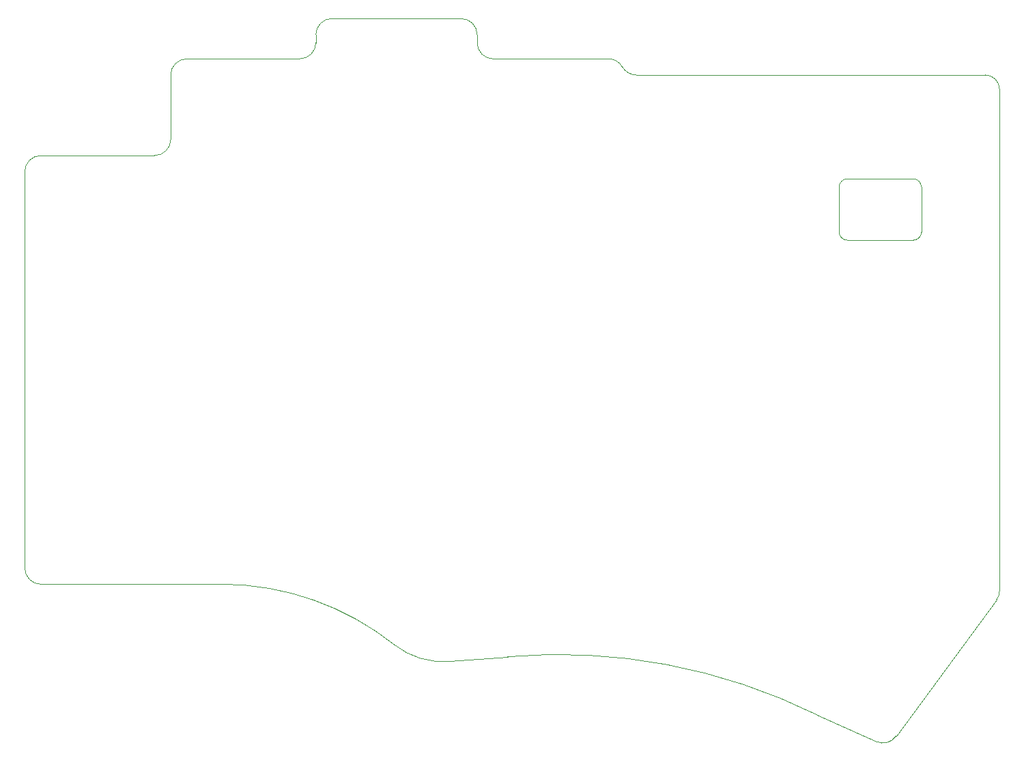
<source format=gm1>
%TF.GenerationSoftware,KiCad,Pcbnew,(6.0.2)*%
%TF.CreationDate,2022-04-17T17:36:38-03:00*%
%TF.ProjectId,keyboard_pcb,6b657962-6f61-4726-945f-7063622e6b69,rev1.0*%
%TF.SameCoordinates,Original*%
%TF.FileFunction,Profile,NP*%
%FSLAX46Y46*%
G04 Gerber Fmt 4.6, Leading zero omitted, Abs format (unit mm)*
G04 Created by KiCad (PCBNEW (6.0.2)) date 2022-04-17 17:36:38*
%MOMM*%
%LPD*%
G01*
G04 APERTURE LIST*
%TA.AperFunction,Profile*%
%ADD10C,0.100000*%
%TD*%
G04 APERTURE END LIST*
D10*
X182900000Y-69900000D02*
X182900000Y-64300000D01*
X202800000Y-52200000D02*
G75*
G03*
X201000000Y-50400000I-1800001J-1D01*
G01*
X102000000Y-48400000D02*
G75*
G03*
X100000000Y-50400000I-1J-1999999D01*
G01*
X83900000Y-113600000D02*
X106500000Y-113600000D01*
X189949999Y-132449999D02*
X202434044Y-115487896D01*
X127750000Y-121125000D02*
G75*
G03*
X134500000Y-123175000I5985320J7569956D01*
G01*
X120000000Y-43400000D02*
G75*
G03*
X118000000Y-45400000I-1J-1999999D01*
G01*
X192100000Y-70900000D02*
X183900000Y-70900000D01*
X201000000Y-50400000D02*
X157750002Y-50399998D01*
X183900000Y-63300000D02*
G75*
G03*
X182900000Y-64300000I-1J-999999D01*
G01*
X118000000Y-45400000D02*
X118000000Y-46400000D01*
X138000000Y-46400000D02*
X138000000Y-45400000D01*
X192100000Y-70900000D02*
G75*
G03*
X193100000Y-69900000I1J999999D01*
G01*
X193092893Y-64300000D02*
X193100000Y-69900000D01*
X202434044Y-115487896D02*
G75*
G03*
X202800000Y-114400000I-1434040J1087895D01*
G01*
X100000000Y-50400000D02*
X100000000Y-58400000D01*
X98000000Y-60400000D02*
X83900000Y-60400000D01*
X138000000Y-45400000D02*
G75*
G03*
X136000000Y-43400000I-1999999J1D01*
G01*
X116000000Y-48400000D02*
G75*
G03*
X118000000Y-46400000I1J1999999D01*
G01*
X81900000Y-111600000D02*
G75*
G03*
X83900000Y-113600000I1999999J-1D01*
G01*
X202800000Y-114400000D02*
X202800000Y-113200000D01*
X141800000Y-122600001D02*
X134500000Y-123175000D01*
X180129399Y-129800000D02*
X187513868Y-133121447D01*
X138000000Y-46400000D02*
G75*
G03*
X140000000Y-48400000I1999999J-1D01*
G01*
X156000000Y-49400000D02*
G75*
G03*
X157750002Y-50399998I1749978J1031215D01*
G01*
X81900000Y-62400000D02*
X81900000Y-111600000D01*
X193092893Y-64300000D02*
G75*
G03*
X192092893Y-63300000I-999999J1D01*
G01*
X182900000Y-69900000D02*
G75*
G03*
X183900000Y-70900000I999999J-1D01*
G01*
X136000000Y-43400000D02*
X120000000Y-43400000D01*
X83900000Y-60400000D02*
G75*
G03*
X81900000Y-62400000I-1J-1999999D01*
G01*
X127750000Y-121125000D02*
G75*
G03*
X106500000Y-113600001I-21522751J-27011885D01*
G01*
X183900000Y-63300000D02*
X192092893Y-63300000D01*
X116000000Y-48400000D02*
X102000000Y-48400000D01*
X156000000Y-49400000D02*
G75*
G03*
X154300000Y-48400000I-1700000J-945001D01*
G01*
X202800000Y-113200000D02*
X202800000Y-52200000D01*
X98000000Y-60400000D02*
G75*
G03*
X100000000Y-58400000I1J1999999D01*
G01*
X187513868Y-133121447D02*
G75*
G03*
X189949999Y-132449999I836131J1721448D01*
G01*
X154300000Y-48400000D02*
X140000000Y-48400000D01*
X180129399Y-129800000D02*
G75*
G03*
X141800000Y-122600001I-32005469J-64758201D01*
G01*
M02*

</source>
